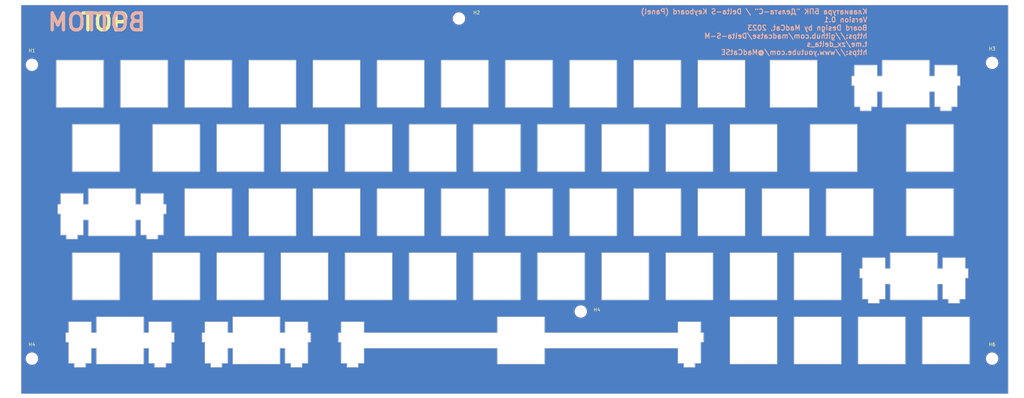
<source format=kicad_pcb>
(kicad_pcb (version 20221018) (generator pcbnew)
  (layers (0 "F.Cu" signal) (31 "B.Cu" signal) (36 "B.SilkS" user "B.Silkscreen") (37 "F.SilkS" user "F.Silkscreen") (38 "B.Mask" user) (39 "F.Mask" user) (44 "Edge.Cuts" user))
  (net 0 "")
  (footprint "MountingHole:MountingHole_3.2mm_M3" (layer "F.Cu") (at 3.1908 17.7432)
    (fp_text reference "H1" (at 0 -4.2) (layer "F.SilkS"))
    (fp_text value "MountingHole_3.2mm_M3")
    (pad "" np_thru_hole circle (at 0 0) (size 3.2 3.2) (drill 3.2) (layers "*.Cu" "*.Mask"))
  )
  (footprint "MountingHole:MountingHole_3.2mm_M3" (layer "F.Cu") (at 166.1779 91)
    (fp_text reference "H4" (at 4.8221 -0.5) (layer "F.SilkS"))
    (fp_text value "MountingHole_3.2mm_M3")
    (pad "" np_thru_hole circle (at 0 0) (size 3.2 3.2) (drill 3.2) (layers "*.Cu" "*.Mask"))
  )
  (footprint "MountingHole:MountingHole_3.2mm_M3" (layer "F.Cu") (at 288.3312 105)
    (fp_text reference "H6" (at 0 -4.2) (layer "F.SilkS"))
    (fp_text value "MountingHole_3.2mm_M3")
    (pad "" np_thru_hole circle (at 0 0) (size 3.2 3.2) (drill 3.2) (layers "*.Cu" "*.Mask"))
  )
  (footprint "MountingHole:MountingHole_3.2mm_M3" (layer "F.Cu") (at 3.1908 105)
    (fp_text reference "H4" (at 0 -4.2) (layer "F.SilkS"))
    (fp_text value "MountingHole_3.2mm_M3")
    (pad "" np_thru_hole circle (at 0 0) (size 3.2 3.2) (drill 3.2) (layers "*.Cu" "*.Mask"))
  )
  (footprint "MountingHole:MountingHole_3.2mm_M3" (layer "F.Cu") (at 130 4)
    (fp_text reference "H2" (at 5.25 -1.75) (layer "F.SilkS"))
    (fp_text value "MountingHole_3.2mm_M3")
    (pad "" np_thru_hole circle (at 0 0) (size 3.2 3.2) (drill 3.2) (layers "*.Cu" "*.Mask"))
  )
  (footprint "MountingHole:MountingHole_3.2mm_M3" (layer "F.Cu") (at 288.3312 17.159)
    (fp_text reference "H3" (at 0 -4.2) (layer "F.SilkS"))
    (fp_text value "MountingHole_3.2mm_M3")
    (pad "" np_thru_hole circle (at 0 0) (size 3.2 3.2) (drill 3.2) (layers "*.Cu" "*.Mask"))
  )
  (gr_line (start 95.04495 106.36933) (end 96.76995 106.36933) (stroke (width 0.15)) (layer "Edge.Cuts"))
  (gr_line (start 278.81995 23.8994) (end 278.81995 21.1005) (stroke (width 0.15)) (layer "Edge.Cuts"))
  (gr_line (start 191.42795 49.4493) (end 191.42795 35.45) (stroke (width 0.15)) (layer "Edge.Cuts"))
  (gr_line (start 271.24495 21.1005) (end 269.72095 21.1005) (stroke (width 0.15)) (layer "Edge.Cuts"))
  (gr_line (start 262.86495 54.5) (end 276.86495 54.5) (stroke (width 0.15)) (layer "Edge.Cuts"))
  (gr_line (start 224.47695 35.45) (end 224.47695 49.4493) (stroke (width 0.15)) (layer "Edge.Cuts"))
  (gr_line (start 214.95195 30.3993) (end 200.95295 30.3993) (stroke (width 0.15)) (layer "Edge.Cuts"))
  (gr_line (start 210.47795 49.4493) (end 210.47795 35.45) (stroke (width 0.15)) (layer "Edge.Cuts"))
  (gr_line (start 191.42795 35.45) (end 205.42695 35.45) (stroke (width 0.15)) (layer "Edge.Cuts"))
  (gr_line (start 267.62795 92.6) (end 281.62695 92.6) (stroke (width 0.15)) (layer "Edge.Cuts"))
  (gr_line (start 72.07695 49.4493) (end 58.07765 49.4493) (stroke (width 0.15)) (layer "Edge.Cuts"))
  (gr_line (start 91.12695 87.5495) (end 77.12765 87.5495) (stroke (width 0.15)) (layer "Edge.Cuts"))
  (gr_line (start 94.22085 100.09926) (end 95.04495 100.09926) (stroke (width 0.15)) (layer "Edge.Cuts"))
  (gr_line (start 181.90295 54.5) (end 195.90195 54.5) (stroke (width 0.15)) (layer "Edge.Cuts"))
  (gr_line (start 195.90195 54.5) (end 195.90195 68.4993) (stroke (width 0.15)) (layer "Edge.Cuts"))
  (gr_line (start 19.97765 54.5) (end 19.97765 59.2005) (stroke (width 0.15)) (layer "Edge.Cuts"))
  (gr_line (start 39.60775 106.36933) (end 39.60775 107.5696) (stroke (width 0.15)) (layer "Edge.Cuts"))
  (gr_line (start 176.85195 30.3993) (end 162.85295 30.3993) (stroke (width 0.15)) (layer "Edge.Cuts"))
  (gr_line (start 85.93865 97.3005) (end 85.11455 97.3005) (stroke (width 0.15)) (layer "Edge.Cuts"))
  (gr_line (start 110.17695 35.45) (end 110.17695 49.4493) (stroke (width 0.15)) (layer "Edge.Cuts"))
  (gr_line (start 243.52695 92.6) (end 243.52695 106.59946) (stroke (width 0.15)) (layer "Edge.Cuts"))
  (gr_line (start 119.70195 30.3993) (end 105.70125 30.3993) (stroke (width 0.15)) (layer "Edge.Cuts"))
  (gr_line (start 43.50195 16.4) (end 43.50195 30.3993) (stroke (width 0.15)) (layer "Edge.Cuts"))
  (gr_line (start 224.47695 73.5501) (end 224.47695 87.5495) (stroke (width 0.15)) (layer "Edge.Cuts"))
  (gr_line (start 48.55265 30.3993) (end 48.55265 16.4) (stroke (width 0.15)) (layer "Edge.Cuts"))
  (gr_line (start 86.65265 16.4) (end 100.65195 16.4) (stroke (width 0.15)) (layer "Edge.Cuts"))
  (gr_line (start 48.55265 16.4) (end 62.55195 16.4) (stroke (width 0.15)) (layer "Edge.Cuts"))
  (gr_line (start 205.42695 73.5501) (end 205.42695 87.5495) (stroke (width 0.15)) (layer "Edge.Cuts"))
  (gr_line (start 229.52795 73.5501) (end 243.52695 73.5501) (stroke (width 0.15)) (layer "Edge.Cuts"))
  (gr_line (start 162.85295 54.5) (end 176.85195 54.5) (stroke (width 0.15)) (layer "Edge.Cuts"))
  (gr_line (start 76.83945 97.3005) (end 76.83945 92.6) (stroke (width 0.15)) (layer "Edge.Cuts"))
  (gr_line (start 255.71995 25.7003) (end 255.71995 30.3993) (stroke (width 0.15)) (layer "Edge.Cuts"))
  (gr_line (start 258.10295 87.5495) (end 272.10195 87.5495) (stroke (width 0.15)) (layer "Edge.Cuts"))
  (gr_line (start 276.86495 54.5) (end 276.86495 68.4993) (stroke (width 0.15)) (layer "Edge.Cuts"))
  (gr_line (start 58.07765 73.5501) (end 72.07695 73.5501) (stroke (width 0.15)) (layer "Edge.Cuts"))
  (gr_line (start 39.02765 87.5495) (end 39.02765 73.5501) (stroke (width 0.15)) (layer "Edge.Cuts"))
  (gr_line (start 251.55295 87.3193) (end 251.55295 88.5196) (stroke (width 0.15)) (layer "Edge.Cuts"))
  (gr_line (start 202.61995 100.09926) (end 202.61995 97.3005) (stroke (width 0.15)) (layer "Edge.Cuts"))
  (gr_line (start 91.12695 35.45) (end 91.12695 49.4493) (stroke (width 0.15)) (layer "Edge.Cuts"))
  (gr_line (start 19.10805 107.5696) (end 19.10805 106.36933) (stroke (width 0.15)) (layer "Edge.Cuts"))
  (gr_line (start 61.31475 94.0703) (end 54.56505 94.0703) (stroke (width 0.15)) (layer "Edge.Cuts"))
  (gr_line (start 124.75095 16.4) (end 138.75195 16.4) (stroke (width 0.15)) (layer "Edge.Cuts"))
  (gr_line (start 14.08375 94.0703) (end 14.08375 97.3005) (stroke (width 0.15)) (layer "Edge.Cuts"))
  (gr_line (start 78.36525 94.0703) (end 78.36525 97.3005) (stroke (width 0.15)) (layer "Edge.Cuts"))
  (gr_line (start 201.79595 100.09926) (end 202.61995 100.09926) (stroke (width 0.15)) (layer "Edge.Cuts"))
  (gr_line (start 37.88385 101.89899) (end 37.88385 106.36933) (stroke (width 0.15)) (layer "Edge.Cuts"))
  (gr_line (start 280.37695 87.3193) (end 280.37695 81.0493) (stroke (width 0.15)) (layer "Edge.Cuts"))
  (gr_line (start 256.57695 82.8504) (end 258.10295 82.8504) (stroke (width 0.15)) (layer "Edge.Cuts"))
  (gr_line (start 11.7025 55.9704) (end 11.7025 59.2005) (stroke (width 0.15)) (layer "Edge.Cuts"))
  (gr_line (start 143.80295 68.4993) (end 143.80295 54.5) (stroke (width 0.15)) (layer "Edge.Cuts"))
  (gr_line (start 11.7025 61.9994) (end 11.7025 68.2693) (stroke (width 0.15)) (layer "Edge.Cuts"))
  (gr_line (start 40.52695 68.2693) (end 42.25225 68.2693) (stroke (width 0.15)) (layer "Edge.Cuts"))
  (gr_line (start 272.10195 73.5501) (end 258.10295 73.5501) (stroke (width 0.15)) (layer "Edge.Cuts"))
  (gr_line (start 37.88385 94.0703) (end 37.88385 97.3005) (stroke (width 0.15)) (layer "Edge.Cuts"))
  (gr_line (start 100.07055 106.36933) (end 101.79605 106.36933) (stroke (width 0.15)) (layer "Edge.Cuts"))
  (gr_line (start 167.32695 87.5495) (end 153.32795 87.5495) (stroke (width 0.15)) (layer "Edge.Cuts"))
  (gr_line (start 110.17695 87.5495) (end 96.17765 87.5495) (stroke (width 0.15)) (layer "Edge.Cuts"))
  (gr_line (start 252.47095 30.1693) (end 254.19595 30.1693) (stroke (width 0.15)) (layer "Edge.Cuts"))
  (gr_line (start 54.56505 94.0703) (end 54.56505 97.3005) (stroke (width 0.15)) (layer "Edge.Cuts"))
  (gr_line (start 134.27795 35.45) (end 148.27695 35.45) (stroke (width 0.15)) (layer "Edge.Cuts"))
  (gr_line (start 43.07765 61.9994) (end 43.07765 59.2005) (stroke (width 0.15)) (layer "Edge.Cuts"))
  (gr_line (start 162.85295 30.3993) (end 162.85295 16.4) (stroke (width 0.15)) (layer "Edge.Cuts"))
  (gr_line (start 44.63335 94.0703) (end 37.88385 94.0703) (stroke (width 0.15)) (layer "Edge.Cuts"))
  (gr_line (start 200.07095 106.36933) (end 201.79595 106.36933) (stroke (width 0.15)) (layer "Edge.Cuts"))
  (gr_line (start 157.80195 68.4993) (end 143.80295 68.4993) (stroke (width 0.15)) (layer "Edge.Cuts"))
  (gr_line (start 210.47795 35.45) (end 224.47695 35.45) (stroke (width 0.15)) (layer "Edge.Cuts"))
  (gr_line (start 243.52695 106.59946) (end 229.52795 106.59946) (stroke (width 0.15)) (layer "Edge.Cuts"))
  (gr_line (start 273.62795 75.0203) (end 273.62795 78.2505) (stroke (width 0.15)) (layer "Edge.Cuts"))
  (gr_line (start 56.28875 107.5696) (end 59.58935 107.5696) (stroke (width 0.15)) (layer "Edge.Cuts"))
  (gr_line (start 115.22795 49.4493) (end 115.22795 35.45) (stroke (width 0.15)) (layer "Edge.Cuts"))
  (gr_line (start 85.11455 94.0703) (end 78.36525 94.0703) (stroke (width 0.15)) (layer "Edge.Cuts"))
  (gr_line (start 36.35835 106.59946) (end 36.35835 101.89899) (stroke (width 0.15)) (layer "Edge.Cuts"))
  (gr_line (start 11.7025 59.2005) (end 10.87704 59.2005) (stroke (width 0.15)) (layer "Edge.Cuts"))
  (gr_line (start 80.08885 107.5696) (end 83.38945 107.5696) (stroke (width 0.15)) (layer "Edge.Cuts"))
  (gr_line (start 254.19595 21.1005) (end 254.19595 17.8704) (stroke (width 0.15)) (layer "Edge.Cuts"))
  (gr_line (start 19.97765 63.8003) (end 19.97765 68.4993) (stroke (width 0.15)) (layer "Edge.Cuts"))
  (gr_line (start 39.02765 49.4493) (end 39.02765 35.45) (stroke (width 0.15)) (layer "Edge.Cuts"))
  (gr_line (start 247.44495 23.8994) (end 247.44495 30.1693) (stroke (width 0.15)) (layer "Edge.Cuts"))
  (gr_line (start 281.62695 92.6) (end 281.62695 106.59946) (stroke (width 0.15)) (layer "Edge.Cuts"))
  (gr_line (start 91.12695 73.5501) (end 91.12695 87.5495) (stroke (width 0.15)) (layer "Edge.Cuts"))
  (gr_line (start 181.90295 68.4993) (end 181.90295 54.5) (stroke (width 0.15)) (layer "Edge.Cuts"))
  (gr_line (start 234.28995 49.4493) (end 234.28995 35.45) (stroke (width 0.15)) (layer "Edge.Cuts"))
  (gr_line (start 220.00295 68.4993) (end 220.00295 54.5) (stroke (width 0.15)) (layer "Edge.Cuts"))
  (gr_line (start 281.20295 78.2505) (end 280.37695 78.2505) (stroke (width 0.15)) (layer "Edge.Cuts"))
  (gr_line (start 155.42095 101.89899) (end 195.04495 101.89899) (stroke (width 0.15)) (layer "Edge.Cuts"))
  (gr_line (start 134.27795 73.5501) (end 148.27695 73.5501) (stroke (width 0.15)) (layer "Edge.Cuts"))
  (gr_line (start 278.65195 87.3193) (end 280.37695 87.3193) (stroke (width 0.15)) (layer "Edge.Cuts"))
  (gr_line (start 272.10195 78.2505) (end 272.10195 73.5501) (stroke (width 0.15)) (layer "Edge.Cuts"))
  (gr_line (start 18.45215 68.2693) (end 18.45215 63.8003) (stroke (width 0.15)) (layer "Edge.Cuts"))
  (gr_line (start 276.27095 31.3695) (end 276.27095 30.1693) (stroke (width 0.15)) (layer "Edge.Cuts"))
  (gr_line (start 101.79605 97.3005) (end 101.79605 94.0703) (stroke (width 0.15)) (layer "Edge.Cuts"))
  (gr_line (start 275.35295 88.5196) (end 278.65195 88.5196) (stroke (width 0.15)) (layer "Edge.Cuts"))
  (gr_line (start 86.65265 54.5) (end 100.65195 54.5) (stroke (width 0.15)) (layer "Edge.Cuts"))
  (gr_line (start 234.28995 35.45) (end 248.28995 35.45) (stroke (width 0.15)) (layer "Edge.Cuts"))
  (gr_line (start 176.85195 68.4993) (end 162.85295 68.4993) (stroke (width 0.15)) (layer "Edge.Cuts"))
  (gr_line (start 33.97705 63.8003) (end 35.50255 63.8003) (stroke (width 0.15)) (layer "Edge.Cuts"))
  (gr_line (start 155.42095 92.6) (end 141.41995 92.6) (stroke (width 0.15)) (layer "Edge.Cuts"))
  (gr_line (start 205.42695 35.45) (end 205.42695 49.4493) (stroke (width 0.15)) (layer "Edge.Cuts"))
  (gr_line (start 39.02765 35.45) (end 53.02695 35.45) (stroke (width 0.15)) (layer "Edge.Cuts"))
  (gr_line (start 200.95295 16.4) (end 214.95195 16.4) (stroke (width 0.15)) (layer "Edge.Cuts"))
  (gr_line (start 195.90195 16.4) (end 195.90195 30.3993) (stroke (width 0.15)) (layer "Edge.Cuts"))
  (gr_line (start 256.57695 75.0203) (end 249.82795 75.0203) (stroke (width 0.15)) (layer "Edge.Cuts"))
  (gr_line (start 22.35885 92.6) (end 22.35885 97.3005) (stroke (width 0.15)) (layer "Edge.Cuts"))
  (gr_line (start 42.90815 107.5696) (end 42.90815 106.36933) (stroke (width 0.15)) (layer "Edge.Cuts"))
  (gr_line (start 269.72095 21.1005) (end 269.72095 16.4) (stroke (width 0.15)) (layer "Edge.Cuts"))
  (gr_line (start 36.35835 97.3005) (end 36.35835 92.6) (stroke (width 0.15)) (layer "Edge.Cuts"))
  (gr_line (start 254.85195 87.3193) (end 256.57695 87.3193) (stroke (width 0.15)) (layer "Edge.Cuts"))
  (gr_line (start 105.70125 16.4) (end 119.70195 16.4) (stroke (width 0.15)) (layer "Edge.Cuts"))
  (gr_line (start 249.16995 31.3695) (end 252.47095 31.3695) (stroke (width 0.15)) (layer "Edge.Cuts"))
  (gr_line (start 16.7268 69.4695) (end 16.7268 68.2693) (stroke (width 0.15)) (layer "Edge.Cuts"))
  (gr_line (start 129.22695 73.5501) (end 129.22695 87.5495) (stroke (width 0.15)) (layer "Edge.Cuts"))
  (gr_line (start 18.45215 55.9704) (end 11.7025 55.9704) (stroke (width 0.15)) (layer "Edge.Cuts"))
  (gr_line (start 62.55195 16.4) (end 62.55195 30.3993) (stroke (width 0.15)) (layer "Edge.Cuts"))
  (gr_line (start 53.02695 73.5501) (end 53.02695 87.5495) (stroke (width 0.15)) (layer "Edge.Cuts"))
  (gr_line (start 15.21511 49.4493) (end 15.21511 35.45) (stroke (width 0.15)) (layer "Edge.Cuts"))
  (gr_line (start 58.07765 49.4493) (end 58.07765 35.45) (stroke (width 0.15)) (layer "Edge.Cuts"))
  (gr_line (start 81.60195 54.5) (end 81.60195 68.4993) (stroke (width 0.15)) (layer "Edge.Cuts"))
  (gr_line (start 100.07055 107.5696) (end 100.07055 106.36933) (stroke (width 0.15)) (layer "Edge.Cuts"))
  (gr_line (start 155.42095 97.3005) (end 155.42095 92.6) (stroke (width 0.15)) (layer "Edge.Cuts"))
  (gr_line (start 29.21465 49.4493) (end 15.21511 49.4493) (stroke (width 0.15)) (layer "Edge.Cuts"))
  (gr_line (start 29.21465 35.45) (end 29.21465 49.4493) (stroke (width 0.15)) (layer "Edge.Cuts"))
  (gr_line (start 278.81995 21.1005) (end 277.99595 21.1005) (stroke (width 0.15)) (layer "Edge.Cuts"))
  (gr_line (start 191.42795 87.5495) (end 191.42795 73.5501) (stroke (width 0.15)) (layer "Edge.Cuts"))
  (gr_line (start 62.84015 101.89899) (end 62.84015 106.59946) (stroke (width 0.15)) (layer "Edge.Cuts"))
  (gr_line (start 224.47695 106.59946) (end 210.47795 106.59946) (stroke (width 0.15)) (layer "Edge.Cuts"))
  (gr_line (start 76.83945 92.6) (end 62.84015 92.6) (stroke (width 0.15)) (layer "Edge.Cuts"))
  (gr_line (start 157.80195 30.3993) (end 143.80295 30.3993) (stroke (width 0.15)) (layer "Edge.Cuts"))
  (gr_line (start 61.31475 101.89899) (end 62.84015 101.89899) (stroke (width 0.15)) (layer "Edge.Cuts"))
  (gr_line (start 200.95295 68.4993) (end 200.95295 54.5) (stroke (width 0.15)) (layer "Edge.Cuts"))
  (gr_line (start 236.38295 16.4) (end 236.38295 30.3993) (stroke (width 0.15)) (layer "Edge.Cuts"))
  (gr_line (start 186.37695 87.5495) (end 172.37795 87.5495) (stroke (width 0.15)) (layer "Edge.Cuts"))
  (gr_line (start 86.65265 68.4993) (end 86.65265 54.5) (stroke (width 0.15)) (layer "Edge.Cuts"))
  (gr_line (start 96.17765 35.45) (end 110.17695 35.45) (stroke (width 0.15)) (layer "Edge.Cuts"))
  (gr_line (start 72.07695 35.45) (end 72.07695 49.4493) (stroke (width 0.15)) (layer "Edge.Cuts"))
  (gr_line (start 22.35885 97.3005) (end 20.83335 97.3005) (stroke (width 0.15)) (layer "Edge.Cuts"))
  (gr_line (start 281.20295 81.0493) (end 281.20295 78.2505) (stroke (width 0.15)) (layer "Edge.Cuts"))
  (gr_line (start 37.88385 106.36933) (end 39.60775 106.36933) (stroke (width 0.15)) (layer "Edge.Cuts"))
  (gr_line (start 210.47795 87.5495) (end 210.47795 73.5501) (stroke (width 0.15)) (layer "Edge.Cuts"))
  (gr_line (start 155.42095 106.59946) (end 155.42095 101.89899) (stroke (width 0.15)) (layer "Edge.Cuts"))
  (gr_line (start 19.97765 59.2005) (end 18.45215 59.2005) (stroke (width 0.15)) (layer "Edge.Cuts"))
  (gr_line (start 44.63335 106.36933) (end 44.63335 100.09926) (stroke (width 0.15)) (layer "Edge.Cuts"))
  (gr_line (start 59.58935 106.36933) (end 61.31475 106.36933) (stroke (width 0.15)) (layer "Edge.Cuts"))
  (gr_line (start 262.86495 35.45) (end 276.86495 35.45) (stroke (width 0.15)) (layer "Edge.Cuts"))
  (gr_line (start 105.70125 68.4993) (end 105.70125 54.5) (stroke (width 0.15)) (layer "Edge.Cuts"))
  (gr_line (start 29.21465 73.5501) (end 29.21465 87.5495) (stroke (width 0.15)) (layer "Edge.Cuts"))
  (gr_line (start 280.37695 78.2505) (end 280.37695 75.0203) (stroke (width 0.15)) (layer "Edge.Cuts"))
  (gr_line (start 172.37795 73.5501) (end 186.37695 73.5501) (stroke (width 0.15)) (layer "Edge.Cuts"))
  (gr_line (start 115.22795 73.5501) (end 129.22695 73.5501) (stroke (width 0.15)) (layer "Edge.Cuts"))
  (gr_line (start 249.82795 87.3193) (end 251.55295 87.3193) (stroke (width 0.15)) (layer "Edge.Cuts"))
  (gr_line (start 124.75095 54.5) (end 138.75195 54.5) (stroke (width 0.15)) (layer "Edge.Cuts"))
  (gr_line (start 247.44495 30.1693) (end 249.16995 30.1693) (stroke (width 0.15)) (layer "Edge.Cuts"))
  (gr_line (start 85.11455 97.3005) (end 85.11455 94.0703) (stroke (width 0.15)) (layer "Edge.Cuts"))
  (gr_line (start 269.72095 25.7003) (end 271.24495 25.7003) (stroke (width 0.15)) (layer "Edge.Cuts"))
  (gr_line (start 134.27795 87.5495) (end 134.27795 73.5501) (stroke (width 0.15)) (layer "Edge.Cuts"))
  (gr_line (start 59.58935 107.5696) (end 59.58935 106.36933) (stroke (width 0.15)) (layer "Edge.Cuts"))
  (gr_line (start 143.80295 54.5) (end 157.80195 54.5) (stroke (width 0.15)) (layer "Edge.Cuts"))
  (gr_line (start 53.73955 97.3005) (end 53.73955 100.09926) (stroke (width 0.15)) (layer "Edge.Cuts"))
  (gr_line (start 262.57695 92.6) (end 262.57695 106.59946) (stroke (width 0.15)) (layer "Edge.Cuts"))
  (gr_line (start 40.52695 69.4695) (end 40.52695 68.2693) (stroke (width 0.15)) (layer "Edge.Cuts"))
  (gr_line (start 239.05295 68.4993) (end 239.05295 54.5) (stroke (width 0.15)) (layer "Edge.Cuts"))
  (gr_line (start 100.65195 54.5) (end 100.65195 68.4993) (stroke (width 0.15)) (layer "Edge.Cuts"))
  (gr_line (start 252.47095 31.3695) (end 252.47095 30.1693) (stroke (width 0.15)) (layer "Edge.Cuts"))
  (gr_line (start 13.42779 69.4695) (end 16.7268 69.4695) (stroke (width 0.15)) (layer "Edge.Cuts"))
  (gr_line (start 76.83945 106.59946) (end 76.83945 101.89899) (stroke (width 0.15)) (layer "Edge.Cuts"))
  (gr_line (start 255.71995 21.1005) (end 254.19595 21.1005) (stroke (width 0.15)) (layer "Edge.Cuts"))
  (gr_line (start 10.87704 59.2005) (end 10.87704 61.9994) (stroke (width 0.15)) (layer "Edge.Cuts"))
  (gr_line (start 267.62795 106.59946) (end 267.62795 92.6) (stroke (width 0.15)) (layer "Edge.Cuts"))
  (gr_line (start 200.95295 30.3993) (end 200.95295 16.4) (stroke (width 0.15)) (layer "Edge.Cuts"))
  (gr_line (start 200.95295 54.5) (end 214.95195 54.5) (stroke (width 0.15)) (layer "Edge.Cuts"))
  (gr_line (start 210.47795 106.59946) (end 210.47795 92.6) (stroke (width 0.15)) (layer "Edge.Cuts"))
  (gr_line (start 56.28875 106.36933) (end 56.28875 107.5696) (stroke (width 0.15)) (layer "Edge.Cuts"))
  (gr_line (start 20.83335 94.0703) (end 14.08375 94.0703) (stroke (width 0.15)) (layer "Edge.Cuts"))
  (gr_line (start 10.4526 30.3993) (end 10.4526 16.4) (stroke (width 0.15)) (layer "Edge.Cuts"))
  (gr_line (start 153.32795 35.45) (end 167.32695 35.45) (stroke (width 0.15)) (layer "Edge.Cuts"))
  (gr_line (start 201.79595 106.36933) (end 201.79595 100.09926) (stroke (width 0.15)) (layer "Edge.Cuts"))
  (gr_line (start 248.28995 35.45) (end 248.28995 49.4493) (stroke (width 0.15)) (layer "Edge.Cuts"))
  (gr_line (start 42.25225 68.2693) (end 42.25225 61.9994) (stroke (width 0.15)) (layer "Edge.Cuts"))
  (gr_line (start 37.88385 97.3005) (end 36.35835 97.3005) (stroke (width 0.15)) (layer "Edge.Cuts"))
  (gr_line (start 77.12765 73.5501) (end 91.12695 73.5501) (stroke (width 0.15)) (layer "Edge.Cuts"))
  (gr_line (start 195.04495 101.89899) (end 195.04495 106.36933) (stroke (width 0.15)) (layer "Edge.Cuts"))
  (gr_line (start 29.50265 16.4) (end 43.50195 16.4) (stroke (width 0.15)) (layer "Edge.Cuts"))
  (gr_line (start 141.41995 106.59946) (end 155.42095 106.59946) (stroke (width 0.15)) (layer "Edge.Cuts"))
  (gr_line (start 281.62695 106.59946) (end 267.62795 106.59946) (stroke (width 0.15)) (layer "Edge.Cuts"))
  (gr_line (start 124.75095 30.3993) (end 124.75095 16.4) (stroke (width 0.15)) (layer "Edge.Cuts"))
  (gr_line (start 36.35835 101.89899) (end 37.88385 101.89899) (stroke (width 0.15)) (layer "Edge.Cuts"))
  (gr_line (start 101.79605 106.36933) (end 101.79605 101.89899) (stroke (width 0.15)) (layer "Edge.Cuts"))
  (gr_line (start 162.85295 68.4993) (end 162.85295 54.5) (stroke (width 0.15)) (layer "Edge.Cuts"))
  (gr_line (start 77.12765 49.4493) (end 77.12765 35.45) (stroke (width 0.15)) (layer "Edge.Cuts"))
  (gr_line (start 269.72095 30.3993) (end 269.72095 25.7003) (stroke (width 0.15)) (layer "Edge.Cuts"))
  (gr_line (start 172.37795 87.5495) (end 172.37795 73.5501) (stroke (width 0.15)) (layer "Edge.Cuts"))
  (gr_line (start 100.65195 30.3993) (end 86.65265 30.3993) (stroke (width 0.15)) (layer "Edge.Cuts"))
  (gr_line (start 138.75195 30.3993) (end 124.75095 30.3993) (stroke (width 0.15)) (layer "Edge.Cuts"))
  (gr_line (start 42.25225 59.2005) (end 42.25225 55.9704) (stroke (width 0.15)) (layer "Edge.Cuts"))
  (gr_line (start 256.57695 78.2505) (end 256.57695 75.0203) (stroke (width 0.15)) (layer "Edge.Cuts"))
  (gr_line (start 246.62095 21.1005) (end 246.62095 23.8994) (stroke (width 0.15)) (layer "Edge.Cuts"))
  (gr_line (start 53.02695 35.45) (end 53.02695 49.4493) (stroke (width 0.15)) (layer "Edge.Cuts"))
  (gr_line (start 14.08375 106.36933) (end 15.80904 106.36933) (stroke (width 0.15)) (layer "Edge.Cuts"))
  (gr_line (start 83.38945 107.5696) (end 83.38945 106.36933) (stroke (width 0.15)) (layer "Edge.Cuts"))
  (gr_line (start 54.56505 106.36933) (end 56.28875 106.36933) (stroke (width 0.15)) (layer "Edge.Cuts"))
  (gr_line (start 62.55195 68.4993) (end 48.55265 68.4993) (stroke (width 0.15)) (layer "Edge.Cuts"))
  (gr_line (start 172.37795 49.4493) (end 172.37795 35.45) (stroke (width 0.15)) (layer "Edge.Cuts"))
  (gr_line (start 13.25828 100.09926) (end 14.08375 100.09926) (stroke (width 0.15)) (layer "Edge.Cuts"))
  (gr_line (start 167.32695 73.5501) (end 167.32695 87.5495) (stroke (width 0.15)) (layer "Edge.Cuts"))
  (gr_line (start 249.16995 30.1693) (end 249.16995 31.3695) (stroke (width 0.15)) (layer "Edge.Cuts"))
  (gr_line (start 78.36525 101.89899) (end 78.36525 106.36933) (stroke (width 0.15)) (layer "Edge.Cuts"))
  (gr_line (start 129.22695 35.45) (end 129.22695 49.4493) (stroke (width 0.15)) (layer "Edge.Cuts"))
  (gr_line (start 254.19595 17.8704) (end 247.44495 17.8704) (stroke (width 0.15)) (layer "Edge.Cuts"))
  (gr_line (start 124.75095 68.4993) (end 124.75095 54.5) (stroke (width 0.15)) (layer "Edge.Cuts"))
  (gr_line (start 280.37695 81.0493) (end 281.20295 81.0493) (stroke (width 0.15)) (layer "Edge.Cuts"))
  (gr_line (start 42.25225 61.9994) (end 43.07765 61.9994) (stroke (width 0.15)) (layer "Edge.Cuts"))
  (gr_line (start 95.04495 97.3005) (end 94.22085 97.3005) (stroke (width 0.15)) (layer "Edge.Cuts"))
  (gr_line (start 95.04495 100.09926) (end 95.04495 106.36933) (stroke (width 0.15)) (layer "Edge.Cuts"))
  (gr_line (start 36.35835 92.6) (end 22.35885 92.6) (stroke (width 0.15)) (layer "Edge.Cuts"))
  (gr_line (start 42.90815 106.36933) (end 44.63335 106.36933) (stroke (width 0.15)) (layer "Edge.Cuts"))
  (gr_line (start 119.70195 68.4993) (end 105.70125 68.4993) (stroke (width 0.15)) (layer "Edge.Cuts"))
  (gr_line (start 196.76995 107.5696) (end 200.07095 107.5696) (stroke (width 0.15)) (layer "Edge.Cuts"))
  (gr_line (start 86.65265 30.3993) (end 86.65265 16.4) (stroke (width 0.15)) (layer "Edge.Cuts"))
  (gr_line (start 271.24495 30.1693) (end 272.96995 30.1693) (stroke (width 0.15)) (layer "Edge.Cuts"))
  (gr_line (start 278.65195 88.5196) (end 278.65195 87.3193) (stroke (width 0.15)) (layer "Edge.Cuts"))
  (gr_line (start 95.04495 94.0703) (end 95.04495 97.3005) (stroke (width 0.15)) (layer "Edge.Cuts"))
  (gr_line (start 20.83335 101.89899) (end 22.35885 101.89899) (stroke (width 0.15)) (layer "Edge.Cuts"))
  (gr_line (start 35.50255 68.2693) (end 37.22785 68.2693) (stroke (width 0.15)) (layer "Edge.Cuts"))
  (gr_line (start 272.96995 30.1693) (end 272.96995 31.3695) (stroke (width 0.15)) (layer "Edge.Cuts"))
  (gr_line (start 254.19595 30.1693) (end 254.19595 25.7003) (stroke (width 0.15)) (layer "Edge.Cuts"))
  (gr_line (start 186.37695 49.4493) (end 172.37795 49.4493) (stroke (width 0.15)) (layer "Edge.Cuts"))
  (gr_line (start 101.79605 94.0703) (end 95.04495 94.0703) (stroke (width 0.15)) (layer "Edge.Cuts"))
  (gr_line (start 62.55195 30.3993) (end 48.55265 30.3993) (stroke (width 0.15)) (layer "Edge.Cuts"))
  (gr_line (start 195.04495 97.3005) (end 155.42095 97.3005) (stroke (width 0.15)) (layer "Edge.Cuts"))
  (gr_line (start 141.41995 101.89899) (end 141.41995 106.59946) (stroke (width 0.15)) (layer "Edge.Cuts"))
  (gr_line (start 110.17695 49.4493) (end 96.17765 49.4493) (stroke (width 0.15)) (layer "Edge.Cuts"))
  (gr_line (start 10.4526 16.4) (end 24.45215 16.4) (stroke (width 0.15)) (layer "Edge.Cuts"))
  (gr_line (start 15.21511 35.45) (end 29.21465 35.45) (stroke (width 0.15)) (layer "Edge.Cuts"))
  (gr_line (start 15.80904 107.5696) (end 19.10805 107.5696) (stroke (width 0.15)) (layer "Edge.Cuts"))
  (gr_line (start 176.85195 16.4) (end 176.85195 30.3993) (stroke (width 0.15)) (layer "Edge.Cuts"))
  (gr_line (start 96.76995 106.36933) (end 96.76995 107.5696) (stroke (width 0.15)) (layer "Edge.Cuts"))
  (gr_line (start 61.31475 106.36933) (end 61.31475 101.89899) (stroke (width 0.15)) (layer "Edge.Cuts"))
  (gr_line (start 201.79595 97.3005) (end 201.79595 94.0703) (stroke (width 0.15)) (layer "Edge.Cuts"))
  (gr_line (start 253.05195 68.4993) (end 239.05295 68.4993) (stroke (width 0.15)) (layer "Edge.Cuts"))
  (gr_line (start 43.50195 30.3993) (end 29.50265 30.3993) (stroke (width 0.15)) (layer "Edge.Cuts"))
  (gr_line (start 277.99595 30.1693) (end 277.99595 23.8994) (stroke (width 0.15)) (layer "Edge.Cuts"))
  (gr_line (start 53.02695 49.4493) (end 39.02765 49.4493) (stroke (width 0.15)) (layer "Edge.Cuts"))
  (gr_line (start 19.97765 68.4993) (end 33.97705 68.4993) (stroke (width 0.15)) (layer "Edge.Cuts"))
  (gr_line (start 222.38395 30.3993) (end 222.38395 16.4) (stroke (width 0.15)) (layer "Edge.Cuts"))
  (gr_line (start 258.10295 78.2505) (end 256.57695 78.2505) (stroke (width 0.15)) (layer "Edge.Cuts"))
  (gr_line (start 224.47695 87.5495) (end 210.47795 87.5495) (stroke (width 0.15)) (layer "Edge.Cuts"))
  (gr_line (start 247.44495 17.8704) (end 247.44495 21.1005) (stroke (width 0.15)) (layer "Edge.Cuts"))
  (gr_line (start 77.12765 87.5495) (end 77.12765 73.5501) (stroke (width 0.15)) (layer "Edge.Cuts"))
  (gr_line (start 239.05295 54.5) (end 253.05195 54.5) (stroke (width 0.15)) (layer "Edge.Cuts"))
  (gr_line (start 271.24495 25.7003) (end 271.24495 30.1693) (stroke (width 0.15)) (layer "Edge.Cuts"))
  (gr_line (start 39.60775 107.5696) (end 42.90815 107.5696) (stroke (width 0.15)) (layer "Edge.Cuts"))
  (gr_line (start 251.55295 88.5196) (end 254.85195 88.5196) (stroke (width 0.15)) (layer "Edge.Cuts"))
  (gr_line (start 53.02695 87.5495) (end 39.02765 87.5495) (stroke (width 0.15)) (layer "Edge.Cuts"))
  (gr_line (start 119.70195 16.4) (end 119.70195 30.3993) (stroke (width 0.15)) (layer "Edge.Cuts"))
  (gr_line (start 129.22695 49.4493) (end 115.22795 49.4493) (stroke (width 0.15)) (layer "Edge.Cuts"))
  (gr_line (start 58.07765 35.45) (end 72.07695 35.45) (stroke (width 0.15)) (layer "Edge.Cuts"))
  (gr_line (start 191.42795 73.5501) (end 205.42695 73.5501) (stroke (width 0.15)) (layer "Edge.Cuts"))
  (gr_line (start 186.37695 73.5501) (end 186.37695 87.5495) (stroke (width 0.15)) (layer "Edge.Cuts"))
  (gr_line (start 54.56505 100.09926) (end 54.56505 106.36933) (stroke (width 0.15)) (layer "Edge.Cuts"))
  (gr_line (start 153.32795 49.4493) (end 153.32795 35.45) (stroke (width 0.15)) (layer "Edge.Cuts"))
  (gr_line (start 15.21511 73.5501) (end 29.21465 73.5501) (stroke (width 0.15)) (layer "Edge.Cuts"))
  (gr_line (start 277.99595 23.8994) (end 278.81995 23.8994) (stroke (width 0.15)) (layer "Edge.Cuts"))
  (gr_line (start 96.17765 49.4493) (end 96.17765 35.45) (stroke (width 0.15)) (layer "Edge.Cuts"))
  (gr_line (start 37.22785 69.4695) (end 40.52695 69.4695) (stroke (width 0.15)) (layer "Edge.Cuts"))
  (gr_line (start 205.42695 87.5495) (end 191.42795 87.5495) (stroke (width 0.15)) (layer "Edge.Cuts"))
  (gr_line (start 91.12695 49.4493) (end 77.12765 49.4493) (stroke (width 0.15)) (layer "Edge.Cuts"))
  (gr_line (start 105.70125 30.3993) (end 105.70125 16.4) (stroke (width 0.15)) (layer "Edge.Cuts"))
  (gr_line (start 153.32795 87.5495) (end 153.32795 73.5501) (stroke (width 0.15)) (layer "Edge.Cuts"))
  (gr_line (start 62.84015 106.59946) (end 76.83945 106.59946) (stroke (width 0.15)) (layer "Edge.Cuts"))
  (gr_line (start 33.97705 68.4993) (end 33.97705 63.8003) (stroke (width 0.15)) (layer "Edge.Cuts"))
  (gr_line (start 210.47795 92.6) (end 224.47695 92.6) (stroke (width 0.15)) (layer "Edge.Cuts"))
  (gr_line (start 148.27695 87.5495) (end 134.27795 87.5495) (stroke (width 0.15)) (layer "Edge.Cuts"))
  (gr_line (start 214.95195 68.4993) (end 200.95295 68.4993) (stroke (width 0.15)) (layer "Edge.Cuts"))
  (gr_line (start 100.65195 68.4993) (end 86.65265 68.4993) (stroke (width 0.15)) (layer "Edge.Cuts"))
  (gr_line (start 220.00295 54.5) (end 234.00195 54.5) (stroke (width 0.15)) (layer "Edge.Cuts"))
  (gr_line (start 45.45885 100.09926) (end 45.45885 97.3005) (stroke (width 0.15)) (layer "Edge.Cuts"))
  (gr_line (start 195.04495 106.36933) (end 196.76995 106.36933) (stroke (width 0.15)) (layer "Edge.Cuts"))
  (gr_line (start 195.04495 94.0703) (end 195.04495 97.3005) (stroke (width 0.15)) (layer "Edge.Cuts"))
  (gr_line (start 119.70195 54.5) (end 119.70195 68.4993) (stroke (width 0.15)) (layer "Edge.Cuts"))
  (gr_line (start 249.00195 81.0493) (end 249.82795 81.0493) (stroke (width 0.15)) (layer "Edge.Cuts"))
  (gr_line (start 195.90195 30.3993) (end 181.90295 30.3993) (stroke (width 0.15)) (layer "Edge.Cuts"))
  (gr_line (start 14.08375 100.09926) (end 14.08375 106.36933) (stroke (width 0.15)) (layer "Edge.Cuts"))
  (gr_line (start 10.87704 61.9994) (end 11.7025 61.9994) (stroke (width 0.15)) (layer "Edge.Cuts"))
  (gr_line (start 148.27695 35.45) (end 148.27695 49.4493) (stroke (width 0.15)) (layer "Edge.Cuts"))
  (gr_line (start 201.79595 94.0703) (end 195.04495 94.0703) (stroke (width 0.15)) (layer "Edge.Cuts"))
  (gr_line (start 15.21511 87.5495) (end 15.21511 73.5501) (stroke (width 0.15)) (layer "Edge.Cuts"))
  (gr_line (start 134.27795 49.4493) (end 134.27795 35.45) (stroke (width 0.15)) (layer "Edge.Cuts"))
  (gr_line (start 35.50255 55.9704) (end 35.50255 59.2005) (stroke (width 0.15)) (layer "Edge.Cuts"))
  (gr_line (start 48.55265 54.5) (end 62.55195 54.5) (stroke (width 0.15)) (layer "Edge.Cuts"))
  (gr_line (start 248.57795 92.6) (end 262.57695 92.6) (stroke (width 0.15)) (layer "Edge.Cuts"))
  (gr_line (start 20.83335 97.3005) (end 20.83335 94.0703) (stroke (width 0.15)) (layer "Edge.Cuts"))
  (gr_line (start 101.79605 101.89899) (end 141.41995 101.89899) (stroke (width 0.15)) (layer "Edge.Cuts"))
  (gr_line (start 249.82795 78.2505) (end 249.00195 78.2505) (stroke (width 0.15)) (layer "Edge.Cuts"))
  (gr_line (start 162.85295 16.4) (end 176.85195 16.4) (stroke (width 0.15)) (layer "Edge.Cuts"))
  (gr_line (start 62.84015 92.6) (end 62.84015 97.3005) (stroke (width 0.15)) (layer "Edge.Cuts"))
  (gr_line (start 248.28995 49.4493) (end 234.28995 49.4493) (stroke (width 0.15)) (layer "Edge.Cuts"))
  (gr_line (start 157.80195 54.5) (end 157.80195 68.4993) (stroke (width 0.15)) (layer "Edge.Cuts"))
  (gr_line (start 94.22085 97.3005) (end 94.22085 100.09926) (stroke (width 0.15)) (layer "Edge.Cuts"))
  (gr_line (start 246.62095 23.8994) (end 247.44495 23.8994) (stroke (width 0.15)) (layer "Edge.Cuts"))
  (gr_line (start 48.55265 68.4993) (end 48.55265 54.5) (stroke (width 0.15)) (layer "Edge.Cuts"))
  (gr_line (start 39.02765 73.5501) (end 53.02695 73.5501) (stroke (width 0.15)) (layer "Edge.Cuts"))
  (gr_line (start 249.82795 81.0493) (end 249.82795 87.3193) (stroke (width 0.15)) (layer "Edge.Cuts"))
  (gr_line (start 44.63335 100.09926) (end 45.45885 100.09926) (stroke (width 0.15)) (layer "Edge.Cuts"))
  (gr_line (start 153.32795 73.5501) (end 167.32695 73.5501) (stroke (width 0.15)) (layer "Edge.Cuts"))
  (gr_line (start 81.60195 30.3993) (end 67.60265 30.3993) (stroke (width 0.15)) (layer "Edge.Cuts"))
  (gr_line (start 273.62795 87.3193) (end 275.35295 87.3193) (stroke (width 0.15)) (layer "Edge.Cuts"))
  (gr_line (start 276.86495 68.4993) (end 262.86495 68.4993) (stroke (width 0.15)) (layer "Edge.Cuts"))
  (gr_line (start 258.10295 73.5501) (end 258.10295 78.2505) (stroke (width 0.15)) (layer "Edge.Cuts"))
  (gr_line (start 234.00195 68.4993) (end 220.00295 68.4993) (stroke (width 0.15)) (layer "Edge.Cuts"))
  (gr_line (start 76.83945 101.89899) (end 78.36525 101.89899) (stroke (width 0.15)) (layer "Edge.Cuts"))
  (gr_line (start 100.65195 16.4) (end 100.65195 30.3993) (stroke (width 0.15)) (layer "Edge.Cuts"))
  (gr_line (start 214.95195 16.4) (end 214.95195 30.3993) (stroke (width 0.15)) (layer "Edge.Cuts"))
  (gr_line (start 96.17765 87.5495) (end 96.17765 73.5501) (stroke (width 0.15)) (layer "Edge.Cuts"))
  (gr_line (start 273.62795 82.8504) (end 273.62795 87.3193) (stroke (width 0.15)) (layer "Edge.Cuts"))
  (gr_line (start 157.80195 16.4) (end 157.80195 30.3993) (stroke (width 0.15)) (layer "Edge.Cuts"))
  (gr_line (start 35.50255 59.2005) (end 33.97705 59.2005) (stroke (width 0.15)) (layer "Edge.Cuts"))
  (gr_line (start 181.90295 16.4) (end 195.90195 16.4) (stroke (width 0.15)) (layer "Edge.Cuts"))
  (gr_line (start 254.19595 25.7003) (end 255.71995 25.7003) (stroke (width 0.15)) (layer "Edge.Cuts"))
  (gr_line (start 61.31475 97.3005) (end 61.31475 94.0703) (stroke (width 0.15)) (layer "Edge.Cuts"))
  (gr_line (start 115.22795 35.45) (end 129.22695 35.45) (stroke (width 0.15)) (layer "Edge.Cuts"))
  (gr_line (start 273.62795 78.2505) (end 272.10195 78.2505) (stroke (width 0.15)) (layer "Edge.Cuts"))
  (gr_line (start 37.22785 68.2693) (end 37.22785 69.4695) (stroke (width 0.15)) (layer "Edge.Cuts"))
  (gr_line (start 13.25828 97.3005) (end 13.25828 100.09926) (stroke (width 0.15)) (layer "Edge.Cuts"))
  (gr_line (start 222.38395 16.4) (end 236.38295 16.4) (stroke (width 0.15)) (layer "Edge.Cuts"))
  (gr_line (start 67.60265 68.4993) (end 67.60265 54.5) (stroke (width 0.15)) (layer "Edge.Cuts"))
  (gr_line (start 229.52795 87.5495) (end 229.52795 73.5501) (stroke (width 0.15)) (layer "Edge.Cuts"))
  (gr_line (start 81.60195 68.4993) (end 67.60265 68.4993) (stroke (width 0.15)) (layer "Edge.Cuts"))
  (gr_line (start 138.75195 54.5) (end 138.75195 68.4993) (stroke (width 0.15)) (layer "Edge.Cuts"))
  (gr_line (start 85.93865 100.09926) (end 85.93865 97.3005) (stroke (width 0.15)) (layer "Edge.Cuts"))
  (gr_line (start 255.71995 30.3993) (end 269.72095 30.3993) (stroke (width 0.15)) (layer "Edge.Cuts"))
  (gr_line (start 77.12765 35.45) (end 91.12695 35.45) (stroke (width 0.15)) (layer "Edge.Cuts"))
  (gr_line (start 272.10195 82.8504) (end 273.62795 82.8504) (stroke (width 0.15)) (layer "Edge.Cuts"))
  (gr_line (start 262.86495 49.4493) (end 262.86495 35.45) (stroke (width 0.15)) (layer "Edge.Cuts"))
  (gr_line (start 210.47795 73.5501) (end 224.47695 73.5501) (stroke (width 0.15)) (layer "Edge.Cuts"))
  (gr_line (start 53.73955 100.09926) (end 54.56505 100.09926) (stroke (width 0.15)) (layer "Edge.Cuts"))
  (gr_line (start 115.22795 87.5495) (end 115.22795 73.5501) (stroke (width 0.15)) (layer "Edge.Cuts"))
  (gr_line (start 277.99595 21.1005) (end 277.99595 17.8704) (stroke (width 0.15)) (layer "Edge.Cuts"))
  (gr_line (start 276.27095 30.1693) (end 277.99595 30.1693) (stroke (width 0.15)) (layer "Edge.Cuts"))
  (gr_line (start 253.05195 54.5) (end 253.05195 68.4993) (stroke (width 0.15)) (layer "Edge.Cuts"))
  (gr_line (start 33.97705 54.5) (end 19.97765 54.5) (stroke (width 0.15)) (layer "Edge.Cuts"))
  (gr_line (start 275.35295 87.3193) (end 275.35295 88.5196) (stroke (width 0.15)) (layer "Edge.Cuts"))
  (gr_line (start 22.35885 106.59946) (end 36.35835 106.59946) (stroke (width 0.15)) (layer "Edge.Cuts"))
  (gr_line (start 214.95195 54.5) (end 214.95195 68.4993) (stroke (width 0.15)) (layer "Edge.Cuts"))
  (gr_line (start 18.45215 59.2005) (end 18.45215 55.9704) (stroke (width 0.15)) (layer "Edge.Cuts"))
  (gr_line (start 258.10295 82.8504) (end 258.10295 87.5495) (stroke (width 0.15)) (layer "Edge.Cuts"))
  (gr_line (start 138.75195 68.4993) (end 124.75095 68.4993) (stroke (width 0.15)) (layer "Edge.Cuts"))
  (gr_line (start 42.25225 55.9704) (end 35.50255 55.9704) (stroke (width 0.15)) (layer "Edge.Cuts"))
  (gr_line (start 148.27695 49.4493) (end 134.27795 49.4493) (stroke (width 0.15)) (layer "Edge.Cuts"))
  (gr_line (start 276.86495 35.45) (end 276.86495 49.4493) (stroke (width 0.15)) (layer "Edge.Cuts"))
  (gr_line (start 29.21465 87.5495) (end 15.21511 87.5495) (stroke (width 0.15)) (layer "Edge.Cuts"))
  (gr_line (start 272.10195 87.5495) (end 272.10195 82.8504) (stroke (width 0.15)) (layer "Edge.Cuts"))
  (gr_line (start 181.90295 30.3993) (end 181.90295 16.4) (stroke (width 0.15)) (layer "Edge.Cuts"))
  (gr_line (start 205.42695 49.4493) (end 191.42795 49.4493) (stroke (width 0.15)) (layer "Edge.Cuts"))
  (gr_rect (start 0 0) (end 293.1 115.4) (stroke (width 0.1)) (fill none) (layer "Edge.Cuts"))
  (gr_line (start 172.37795 35.45) (end 186.37695 35.45) (stroke (width 0.15)) (layer "Edge.Cuts"))
  (gr_line (start 83.38945 106.36933) (end 85.11455 106.36933) (stroke (width 0.15)) (layer "Edge.Cuts"))
  (gr_line (start 200.07095 107.5696) (end 200.07095 106.36933) (stroke (width 0.15)) (layer "Edge.Cuts"))
  (gr_line (start 202.61995 97.3005) (end 201.79595 97.3005) (stroke (width 0.15)) (layer "Edge.Cuts"))
  (gr_line (start 72.07695 87.5495) (end 58.07765 87.5495) (stroke (width 0.15)) (layer "Edge.Cuts"))
  (gr_line (start 254.85195 88.5196) (end 254.85195 87.3193) (stroke (width 0.15)) (layer "Edge.Cuts"))
  (gr_line (start 43.07765 59.2005) (end 42.25225 59.2005) (stroke (width 0.15)) (layer "Edge.Cuts"))
  (gr_line (start 247.44495 21.1005) (end 246.62095 21.1005) (stroke (width 0.15)) (layer "Edge.Cuts"))
  (gr_line (start 58.07765 87.5495) (end 58.07765 73.5501) (stroke (width 0.15)) (layer "Edge.Cuts"))
  (gr_line (start 276.86495 49.4493) (end 262.86495 49.4493) (stroke (width 0.15)) (layer "Edge.Cuts"))
  (gr_line (start 105.70125 54.5) (end 119.70195 54.5) (stroke (width 0.15)) (layer "Edge.Cuts"))
  (gr_line (start 256.57695 87.3193) (end 256.57695 82.8504) (stroke (width 0.15)) (layer "Edge.Cuts"))
  (gr_line (start 22.35885 101.89899) (end 22.35885 106.59946) (stroke (width 0.15)) (layer "Edge.Cuts"))
  (gr_line (start 148.27695 73.5501) (end 148.27695 87.5495) (stroke (width 0.15)) (layer "Edge.Cuts"))
  (gr_line (start 248.57795 106.59946) (end 248.57795 92.6) (stroke (width 0.15)) (layer "Edge.Cuts"))
  (gr_line (start 262.86495 68.4993) (end 262.86495 54.5) (stroke (width 0.15)) (layer "Edge.Cuts"))
  (gr_line (start 85.11455 106.36933) (end 85.11455 100.09926) (stroke (width 0.15)) (layer "Edge.Cuts"))
  (gr_line (start 224.47695 92.6) (end 224.47695 106.59946) (stroke (width 0.15)) (layer "Edge.Cuts"))
  (gr_line (start 72.07695 73.5501) (end 72.07695 87.5495) (stroke (width 0.15)) (layer "Edge.Cuts"))
  (gr_line (start 35.50255 63.8003) (end 35.50255 68.2693) (stroke (width 0.15)) (layer "Edge.Cuts"))
  (gr_line (start 81.60195 16.4) (end 81.60195 30.3993) (stroke (width 0.15)) (layer "Edge.Cuts"))
  (gr_line (start 138.75195 16.4) (end 138.75195 30.3993) (stroke (width 0.15)) (layer "Edge.Cuts"))
  (gr_line (start 78.36525 97.3005) (end 76.83945 97.3005) (stroke (width 0.15)) (layer "Edge.Cuts"))
  (gr_line (start 67.60265 16.4) (end 81.60195 16.4) (stroke (width 0.15)) (layer "Edge.Cuts"))
  (gr_line (start 85.11455 100.09926) (end 85.93865 100.09926) (stroke (width 0.15)) (layer "Edge.Cuts"))
  (gr_line (start 110.17695 73.5501) (end 110.17695 87.5495) (stroke (width 0.15)) (layer "Edge.Cuts"))
  (gr_line (start 229.52795 92.6) (end 243.52695 92.6) (stroke (width 0.15)) (layer "Edge.Cuts"))
  (gr_line (start 224.47695 49.4493) (end 210.47795 49.4493) (stroke (width 0.15)) (layer "Edge.Cuts"))
  (gr_line (start 143.80295 16.4) (end 157.80195 16.4) (stroke (width 0.15)) (layer "Edge.Cuts"))
  (gr_line (start 141.41995 97.3005) (end 101.79605 97.3005) (stroke (width 0.15)) (layer "Edge.Cuts"))
  (gr_line (start 19.10805 106.36933) (end 20.83335 106.36933) (stroke (width 0.15)) (layer "Edge.Cuts"))
  (gr_line (start 234.00195 54.5) (end 234.00195 68.4993) (stroke (width 0.15)) (layer "Edge.Cuts"))
  (gr_line (start 15.80904 106.36933) (end 15.80904 107.5696) (stroke (width 0.15)) (layer "Edge.Cuts"))
  (gr_line (start 195.90195 68.4993) (end 181.90295 68.4993) (stroke (width 0.15)) (layer "Edge.Cuts"))
  (gr_line (start 54.56505 97.3005) (end 53.73955 97.3005) (stroke (width 0.15)) (layer "Edge.Cuts"))
  (gr_line (start 11.7025 68.2693) (end 13.42779 68.2693) (stroke (width 0.15)) (layer "Edge.Cuts"))
  (gr_line (start 186.37695 35.45) (end 186.37695 49.4493) (stroke (width 0.15)) (layer "Edge.Cuts"))
  (gr_line (start 277.99595 17.8704) (end 271.24495 17.8704) (stroke (width 0.15)) (layer "Edge.Cuts"))
  (gr_line (start 62.55195 54.5) (end 62.55195 68.4993) (stroke (width 0.15)) (layer "Edge.Cuts"))
  (gr_line (start 269.72095 16.4) (end 255.71995 16.4) (stroke (width 0.15)) (layer "Edge.Cuts"))
  (gr_line (start 243.52695 73.5501) (end 243.52695 87.5495) (stroke (width 0.15)) (layer "Edge.Cuts"))
  (gr_line (start 141.41995 92.6) (end 141.41995 97.3005) (stroke (width 0.15)) (layer "Edge.Cuts"))
  (gr_line (start 236.38295 30.3993) (end 222.38395 30.3993) (stroke (width 0.15)) (layer "Edge.Cuts"))
  (gr_line (start 29.50265 30.3993) (end 29.50265 16.4) (stroke (width 0.15)) (layer "Edge.Cuts"))
  (gr_line (start 129.22695 87.5495) (end 115.22795 87.5495) (stroke (width 0.15)) (layer "Edge.Cuts"))
  (gr_line (start 67.60265 54.5) (end 81.60195 54.5) (stroke (width 0.15)) (layer "Edge.Cuts"))
  (gr_line (start 62.84015 97.3005) (end 61.31475 97.3005) (stroke (width 0.15)) (layer "Edge.Cuts"))
  (gr_line (start 20.83335 106.36933) (end 20.83335 101.89899) (stroke (width 0.15)) (layer "Edge.Cuts"))
  (gr_line (start 262.57695 106.59946) (end 248.57795 106.59946) (stroke (width 0.15)) (layer "Edge.Cuts"))
  (gr_line (start 167.32695 35.45) (end 167.32695 49.4493) (stroke (width 0.15)) (layer "Edge.Cuts"))
  (gr_line (start 67.60265 30.3993) (end 67.60265 16.4) (stroke (width 0.15)) (layer "Edge.Cuts"))
  (gr_line (start 249.00195 78.2505) (end 249.00195 81.0493) (stroke (width 0.15)) (layer "Edge.Cuts"))
  (gr_line (start 80.08885 106.36933) (end 80.08885 107.5696) (stroke (width 0.15)) (layer "Edge.Cuts"))
  (gr_line (start 18.45215 63.8003) (end 19.97765 63.8003) (stroke (width 0.15)) (layer "Edge.Cuts"))
  (gr_line (start 280.37695 75.0203) (end 273.62795 75.0203) (stroke (width 0.15)) (layer "Edge.Cuts"))
  (gr_line (start 45.45885 97.3005) (end 44.63335 97.3005) (stroke (width 0.15)) (layer "Edge.Cuts"))
  (gr_line (start 249.82795 75.0203) (end 249.82795 78.2505) (stroke (width 0.15)) (layer "Edge.Cuts"))
  (gr_line (start 14.08375 97.3005) (end 13.25828 97.3005) (stroke (width 0.15)) (layer "Edge.Cuts"))
  (gr_line (start 143.80295 30.3993) (end 143.80295 16.4) (stroke (width 0.15)) (layer "Edge.Cuts"))
  (gr_line (start 255.71995 16.4) (end 255.71995 21.1005) (stroke (width 0.15)) (layer "Edge.Cuts"))
  (gr_line (start 13.42779 68.2693) (end 13.42779 69.4695) (stroke (width 0.15)) (layer "Edge.Cuts"))
  (gr_line (start 176.85195 54.5) (end 176.85195 68.4993) (stroke (width 0.15)) (layer "Edge.Cuts"))
  (gr_line (start 96.76995 107.5696) (end 100.07055 107.5696) (stroke (width 0.15)) (layer "Edge.Cuts"))
  (gr_line (start 272.96995 31.3695) (end 276.27095 31.3695) (stroke (width 0.15)) (layer "Edge.Cuts"))
  (gr_line (start 271.24495 17.8704) (end 271.24495 21.1005) (stroke (width 0.15)) (layer "Edge.Cuts"))
  (gr_line (start 24.45215 16.4) (end 24.45215 30.3993) (stroke (width 0.15)) (layer "Edge.Cuts"))
  (gr_line (start 167.32695 49.4493) (end 153.32795 49.4493) (stroke (width 0.15)) (layer "Edge.Cuts"))
  (gr_line (start 96.17765 73.5501) (end 110.17695 73.5501) (stroke (width 0.15)) (layer "Edge.Cuts"))
  (gr_line (start 44.63335 97.3005) (end 44.63335 94.0703) (stroke (width 0.15)) (layer "Edge.Cuts"))
  (gr_line (start 196.76995 106.36933) (end 196.76995 107.5696) (stroke (width 0.15)) (layer "Edge.Cuts"))
  (gr_line (start 243.52695 87.5495) (end 229.52795 87.5495) (stroke (width 0.15)) (layer "Edge.Cuts"))
  (gr_line (start 78.36525 106.36933) (end 80.08885 106.36933) (stroke (width 0.15)) (layer "Edge.Cuts"))
  (gr_line (start 24.45215 30.3993) (end 10.4526 30.3993) (stroke (width 0.15)) (layer "Edge.Cuts"))
  (gr_line (start 33.97705 59.2005) (end 33.97705 54.5) (stroke (width 0.15)) (layer "Edge.Cuts"))
  (gr_line (start 16.7268 68.2693) (end 18.45215 68.2693) (stroke (width 0.15)) (layer "Edge.Cuts"))
  (gr_line (start 229.52795 106.59946) (end 229.52795 92.6) (stroke (width 0.15)) (layer "Edge.Cuts"))
  (gr_text "BOTTOM" (at 37.5 8) (layer "B.SilkS") (effects (font (size 5 5) (thickness 1) bold) (justify left bottom mirror)))
  (gr_text "Клавиатура БПК {dblquote}Дельта-С{dblquote} / Delta-S Keyboard (Panel)\nVersion 0.1\nBoard Design by MadCat, 2023\nhttps://github.com/madcatse/Delta-S-M\nt.me/zx_delta_s\nhttps://www.youtube.com/@MadCatSE" (at 251.4526 14.9) (layer "B.SilkS") (effects (font (size 1.5 1.5) (thickness 0.3) bold) (justify left bottom mirror)))
  (gr_text "TOP" (at 17.25 8) (layer "F.SilkS") (effects (font (size 5 5) (thickness 1) bold) (justify left bottom)))
  (zone (net 0) (net_name "") (layers "F&B.Cu") (connect_pads (clearance 0.5)) (min_thickness 0.25) (fill yes (thermal_gap 0.5) (thermal_bridge_width 0.5) (island_removal_mode 1) (island_area_min 10))
    (polygon (pts (xy -1.25 -1.25) (xy 295 -1.5) (xy 295 116.5) (xy -1.5 116.75) (xy -2 0.5)))
  )
)
</source>
